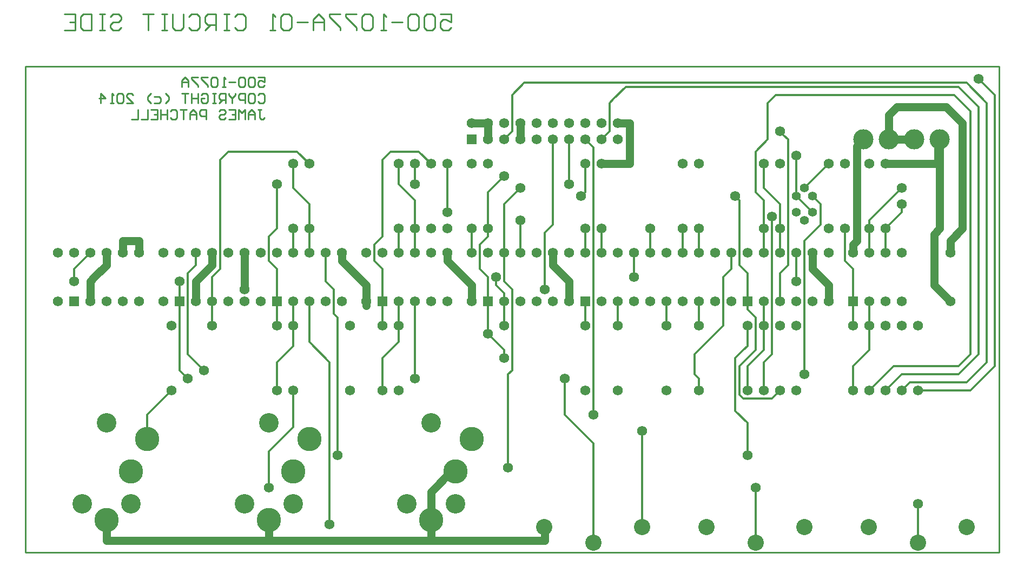
<source format=gbl>
*%FSLAX23Y23*%
*%MOIN*%
G01*
%ADD11C,0.006*%
%ADD12C,0.007*%
%ADD13C,0.008*%
%ADD14C,0.010*%
%ADD15C,0.012*%
%ADD16C,0.032*%
%ADD17C,0.036*%
%ADD18C,0.050*%
%ADD19C,0.050*%
%ADD20C,0.052*%
%ADD21C,0.055*%
%ADD22C,0.056*%
%ADD23C,0.059*%
%ADD24C,0.060*%
%ADD25C,0.062*%
%ADD26C,0.066*%
%ADD27C,0.070*%
%ADD28C,0.080*%
%ADD29C,0.090*%
%ADD30C,0.095*%
%ADD31C,0.100*%
%ADD32C,0.104*%
%ADD33C,0.115*%
%ADD34C,0.120*%
%ADD35C,0.124*%
%ADD36C,0.125*%
%ADD37C,0.129*%
%ADD38C,0.150*%
%ADD39C,0.154*%
%ADD40R,0.062X0.062*%
%ADD41R,0.066X0.066*%
D14*
X8353Y9201D02*
X8393D01*
Y9171D01*
X8373Y9181D01*
X8363D01*
X8353Y9171D01*
Y9151D01*
X8363Y9141D01*
X8383D01*
X8393Y9151D01*
X8333Y9191D02*
X8323Y9201D01*
X8303D01*
X8293Y9191D01*
Y9151D01*
X8303Y9141D01*
X8323D01*
X8333Y9151D01*
Y9191D01*
X8273D02*
X8263Y9201D01*
X8243D01*
X8233Y9191D01*
Y9151D01*
X8243Y9141D01*
X8263D01*
X8273Y9151D01*
Y9191D01*
X8213Y9171D02*
X8173D01*
X8153Y9141D02*
X8133D01*
X8143D01*
Y9201D01*
X8144D01*
X8143D02*
X8153Y9191D01*
X8103D02*
X8093Y9201D01*
X8073D01*
X8063Y9191D01*
Y9151D01*
X8073Y9141D01*
X8093D01*
X8103Y9151D01*
Y9191D01*
X8043Y9201D02*
X8003D01*
Y9191D01*
X8043Y9151D01*
Y9141D01*
X7983Y9201D02*
X7943D01*
Y9191D01*
X7983Y9151D01*
Y9141D01*
X7923D02*
Y9181D01*
X7903Y9201D01*
X7883Y9181D01*
Y9141D01*
Y9171D01*
X7923D01*
X8353Y9091D02*
X8363Y9101D01*
X8383D01*
X8393Y9091D01*
Y9051D01*
X8383Y9041D01*
X8363D01*
X8353Y9051D01*
X8323Y9101D02*
X8303D01*
X8323D02*
X8333Y9091D01*
Y9051D01*
X8323Y9041D01*
X8303D01*
X8293Y9051D01*
Y9091D01*
X8303Y9101D01*
X8273D02*
Y9041D01*
Y9101D02*
X8243D01*
X8233Y9091D01*
Y9071D01*
X8243Y9061D01*
X8273D01*
X8213Y9091D02*
Y9101D01*
Y9091D02*
X8193Y9071D01*
X8173Y9091D01*
Y9101D01*
X8193Y9071D02*
Y9041D01*
X8153D02*
Y9101D01*
X8123D01*
X8113Y9091D01*
Y9071D01*
X8123Y9061D01*
X8153D01*
X8133D02*
X8113Y9041D01*
X8093Y9101D02*
X8073D01*
X8083D01*
Y9041D01*
X8093D01*
X8073D01*
X8013Y9101D02*
X8003Y9091D01*
X8013Y9101D02*
X8033D01*
X8043Y9091D01*
Y9051D01*
X8033Y9041D01*
X8013D01*
X8003Y9051D01*
Y9071D01*
X8023D01*
X7983Y9101D02*
Y9041D01*
Y9071D01*
X7943D01*
Y9101D01*
Y9041D01*
X7923Y9101D02*
X7883D01*
X7903D01*
Y9041D01*
X7803Y9061D02*
X7783Y9041D01*
X7803Y9061D02*
Y9081D01*
X7783Y9101D01*
X7743Y9081D02*
X7713D01*
X7743D02*
X7753Y9071D01*
Y9051D01*
X7743Y9041D01*
X7713D01*
X7693D02*
X7673Y9061D01*
Y9081D01*
X7693Y9101D01*
X7583Y9041D02*
X7543D01*
X7583D02*
X7543Y9081D01*
Y9091D01*
X7553Y9101D01*
X7573D01*
X7583Y9091D01*
X7523D02*
X7513Y9101D01*
X7493D01*
X7483Y9091D01*
Y9051D01*
X7493Y9041D01*
X7513D01*
X7523Y9051D01*
Y9091D01*
X7463Y9041D02*
X7443D01*
X7453D01*
Y9101D01*
X7454D01*
X7453D02*
X7463Y9091D01*
X7383Y9101D02*
Y9041D01*
X7413Y9071D02*
X7383Y9101D01*
X7373Y9071D02*
X7413D01*
X8353Y9001D02*
X8373D01*
X8363D01*
Y8951D01*
X8373Y8941D01*
X8383D01*
X8393Y8951D01*
X8333Y8941D02*
Y8981D01*
X8313Y9001D01*
X8293Y8981D01*
Y8941D01*
Y8971D01*
X8333D01*
X8273Y8941D02*
Y9001D01*
X8253Y8981D01*
X8233Y9001D01*
Y8941D01*
X8213Y9001D02*
X8173D01*
X8213D02*
Y8941D01*
X8173D01*
X8193Y8971D02*
X8213D01*
X8123Y9001D02*
X8113Y8991D01*
X8123Y9001D02*
X8143D01*
X8153Y8991D01*
Y8981D01*
X8143Y8971D01*
X8123D01*
X8113Y8961D01*
Y8951D01*
X8123Y8941D01*
X8143D01*
X8153Y8951D01*
X8033Y8941D02*
Y9001D01*
X8003D01*
X7993Y8991D01*
Y8971D01*
X8003Y8961D01*
X8033D01*
X7973Y8941D02*
Y8981D01*
X7953Y9001D01*
X7933Y8981D01*
Y8941D01*
Y8971D01*
X7973D01*
X7913Y9001D02*
X7873D01*
X7893D01*
Y8941D01*
X7823Y9001D02*
X7813Y8991D01*
X7823Y9001D02*
X7843D01*
X7853Y8991D01*
Y8951D01*
X7843Y8941D01*
X7823D01*
X7813Y8951D01*
X7793Y8941D02*
Y9001D01*
Y8971D02*
Y8941D01*
Y8971D02*
X7753D01*
Y9001D01*
Y8941D01*
X7733Y9001D02*
X7693D01*
X7733D02*
Y8941D01*
X7693D01*
X7713Y8971D02*
X7733D01*
X7673Y9001D02*
Y8941D01*
X7633D01*
X7613D02*
Y9001D01*
Y8941D02*
X7573D01*
X9476Y9591D02*
X9543D01*
Y9541D01*
X9510Y9558D01*
X9493D01*
X9476Y9541D01*
Y9508D01*
X9493Y9491D01*
X9526D01*
X9543Y9508D01*
X9443Y9574D02*
X9426Y9591D01*
X9393D01*
X9376Y9574D01*
Y9508D01*
X9393Y9491D01*
X9426D01*
X9443Y9508D01*
Y9574D01*
X9343D02*
X9326Y9591D01*
X9293D01*
X9276Y9574D01*
Y9508D01*
X9293Y9491D01*
X9326D01*
X9343Y9508D01*
Y9574D01*
X9243Y9541D02*
X9176D01*
X9143Y9491D02*
X9110D01*
X9126D01*
Y9591D01*
X9127D01*
X9126D02*
X9143Y9574D01*
X9060D02*
X9043Y9591D01*
X9010D01*
X8993Y9574D01*
Y9508D01*
X9010Y9491D01*
X9043D01*
X9060Y9508D01*
Y9574D01*
X8960Y9591D02*
X8893D01*
Y9574D01*
X8960Y9508D01*
Y9491D01*
X8860Y9591D02*
X8793D01*
Y9574D01*
X8860Y9508D01*
Y9491D01*
X8760D02*
Y9558D01*
X8727Y9591D01*
X8693Y9558D01*
Y9491D01*
Y9541D01*
X8760D01*
X8660D02*
X8593D01*
X8560Y9574D02*
X8543Y9591D01*
X8510D01*
X8493Y9574D01*
Y9508D01*
X8510Y9491D01*
X8543D01*
X8560Y9508D01*
Y9574D01*
X8460Y9491D02*
X8427D01*
X8443D01*
Y9591D01*
X8444D01*
X8443D02*
X8460Y9574D01*
X8227Y9591D02*
X8210Y9574D01*
X8227Y9591D02*
X8260D01*
X8277Y9574D01*
Y9508D01*
X8260Y9491D01*
X8227D01*
X8210Y9508D01*
X8177Y9591D02*
X8143D01*
X8160D01*
Y9491D01*
X8177D01*
X8143D01*
X8093D02*
Y9591D01*
X8043D01*
X8027Y9574D01*
Y9541D01*
X8043Y9524D01*
X8093D01*
X8060D02*
X8027Y9491D01*
X7927Y9574D02*
X7944Y9591D01*
X7977D01*
X7994Y9574D01*
Y9508D01*
X7977Y9491D01*
X7944D01*
X7927Y9508D01*
X7894D02*
Y9591D01*
Y9508D02*
X7877Y9491D01*
X7844D01*
X7827Y9508D01*
Y9591D01*
X7794D02*
X7760D01*
X7777D01*
Y9491D01*
X7794D01*
X7760D01*
X7710Y9591D02*
X7644D01*
X7677D01*
Y9491D01*
X7460Y9591D02*
X7444Y9574D01*
X7460Y9591D02*
X7494D01*
X7510Y9574D01*
Y9558D01*
X7494Y9541D01*
X7460D01*
X7444Y9524D01*
Y9508D01*
X7460Y9491D01*
X7494D01*
X7510Y9508D01*
X7410Y9591D02*
X7377D01*
X7394D01*
Y9491D01*
X7410D01*
X7377D01*
X7327D02*
Y9591D01*
Y9491D02*
X7277D01*
X7260Y9508D01*
Y9574D01*
X7277Y9591D01*
X7327D01*
X7227D02*
X7160D01*
X7227D02*
Y9491D01*
X7160D01*
X7194Y9541D02*
X7227D01*
X6918Y9266D02*
Y6266D01*
Y9266D02*
X12918D01*
Y6266D01*
X6918D01*
D15*
X7668Y7116D02*
X7818Y7266D01*
X8418Y6891D02*
X8568Y7041D01*
X12118Y7266D02*
X12268Y7416D01*
X12668Y7366D02*
X12793Y7491D01*
X12843Y7441D02*
X12718Y7316D01*
X12743Y7266D02*
X12893Y7416D01*
X11718Y8516D02*
X11868Y8666D01*
X12118Y8316D02*
X12318Y8516D01*
X11218Y7666D02*
X11043Y7491D01*
X10418Y6941D02*
X10243Y7116D01*
X8793Y7441D02*
X8668Y7566D01*
X12668Y9141D02*
X12793Y9016D01*
X12843Y9041D02*
X12718Y9166D01*
X7218Y8016D02*
Y7941D01*
Y8016D02*
X7318Y8116D01*
X7668Y7116D02*
Y6966D01*
X11343Y7216D02*
X11518D01*
X7868Y7816D02*
Y7941D01*
Y7816D02*
Y7391D01*
X7918Y7341D01*
X12268Y7416D02*
X12668D01*
Y7366D02*
X12318D01*
X12368Y7316D02*
X12718D01*
X12743Y7266D02*
X12418D01*
X7968Y8041D02*
Y8116D01*
X7918Y7991D02*
Y7491D01*
X8068Y7666D02*
Y7816D01*
Y7966D01*
X7968Y8041D02*
X7918Y7991D01*
X8068Y7966D02*
X8118Y8016D01*
X7918Y7491D02*
X8018Y7391D01*
X8118Y8016D02*
Y8691D01*
X8168Y8741D01*
X8418Y6891D02*
Y6666D01*
Y8066D02*
Y8216D01*
X8468Y8266D01*
X8418Y8066D02*
X8468Y8016D01*
X8568Y7266D02*
Y7041D01*
X8468Y7816D02*
Y8016D01*
Y7816D02*
Y7666D01*
Y8266D02*
Y8541D01*
X8568Y7666D02*
Y7541D01*
Y7666D02*
Y7816D01*
X8468Y7441D02*
Y7266D01*
X8568Y8516D02*
Y8666D01*
Y8266D02*
Y8116D01*
Y7541D02*
X8468Y7441D01*
X8668Y8666D02*
X8593Y8741D01*
X8568Y8516D02*
X8668Y8416D01*
Y7816D02*
Y7566D01*
X8793Y7441D02*
Y6441D01*
X8768Y7941D02*
Y8116D01*
X8818Y7891D02*
Y7741D01*
X8843Y7716D02*
Y6866D01*
X8668Y8266D02*
Y8416D01*
Y8266D02*
Y8116D01*
X8768Y7941D02*
X8818Y7891D01*
Y7741D02*
X8843Y7716D01*
X9118Y7816D02*
Y8016D01*
Y7816D02*
Y7666D01*
X9068Y8066D02*
Y8166D01*
X9118Y8216D02*
Y8691D01*
X9218Y7666D02*
Y7566D01*
Y7666D02*
Y7816D01*
X9118Y7466D02*
Y7266D01*
X9218Y8116D02*
Y8266D01*
Y8541D02*
Y8666D01*
X9118Y8216D02*
X9068Y8166D01*
X9118Y8691D02*
X9168Y8741D01*
X9218Y7566D02*
X9118Y7466D01*
Y8016D02*
X9068Y8066D01*
X9318Y8441D02*
X9218Y8541D01*
X9168Y8741D02*
X9343D01*
X8593D02*
X8168D01*
X9318Y7816D02*
Y7341D01*
Y8541D02*
Y8666D01*
Y8441D02*
Y8266D01*
Y8116D01*
X9418Y8666D02*
X9343Y8741D01*
X9518Y8666D02*
Y8366D01*
X11543Y9091D02*
X12643D01*
X12668Y9141D02*
X10618D01*
X9993Y9166D02*
X12718D01*
X9768Y7816D02*
Y7616D01*
X9818Y7916D02*
Y7966D01*
X9768D02*
Y7816D01*
Y8266D02*
Y8491D01*
Y8266D02*
Y8216D01*
X9718Y8166D02*
Y8016D01*
X9668Y8116D02*
Y8266D01*
X9768Y8491D02*
X9868Y8591D01*
X9768Y8216D02*
X9718Y8166D01*
X9818Y7916D02*
X9868Y7866D01*
X9768Y7616D02*
X9868Y7516D01*
X9768Y7966D02*
X9718Y8016D01*
X9868Y7866D02*
Y7816D01*
Y7666D01*
Y7941D02*
Y8116D01*
Y8416D01*
X9918Y7891D02*
Y7391D01*
X9893Y7366D02*
Y6791D01*
X9918Y8866D02*
Y9091D01*
X9868Y7516D02*
Y7466D01*
X9968Y8116D02*
Y8316D01*
X9918Y7391D02*
X9893Y7366D01*
Y8841D02*
X9918Y8866D01*
X9893Y8841D02*
X9868Y8816D01*
X9918Y9091D02*
X9993Y9166D01*
X9968Y8516D02*
X9868Y8416D01*
Y7941D02*
X9918Y7891D01*
X10168Y8291D02*
Y8816D01*
X10118Y8241D02*
Y7891D01*
Y8241D02*
X10168Y8291D01*
X10418Y6941D02*
Y6326D01*
X10243Y7116D02*
Y7341D01*
X10368Y8491D02*
Y8666D01*
Y8266D02*
Y8116D01*
X10418Y8766D02*
Y7116D01*
X10268Y8541D02*
Y8816D01*
X10368Y7816D02*
Y7666D01*
X10343Y8466D02*
X10368Y8491D01*
X10418Y8766D02*
X10368Y8816D01*
X10468Y8266D02*
Y8116D01*
X10518Y8866D02*
Y9041D01*
X10568Y7816D02*
Y7666D01*
X10468Y8816D02*
X10518Y8866D01*
Y9041D02*
X10543Y9066D01*
X10618Y9141D01*
X10668Y8116D02*
Y7991D01*
Y7966D01*
X10768Y8116D02*
Y8266D01*
X10721Y7016D02*
Y6424D01*
X10868Y7666D02*
Y7816D01*
X10968Y8116D02*
Y8266D01*
X11068Y7816D02*
Y7666D01*
Y8116D02*
Y8266D01*
Y7341D02*
Y7266D01*
X11043Y7366D02*
Y7491D01*
Y7366D02*
X11068Y7341D01*
X11368Y7541D02*
Y7666D01*
X11293Y7466D02*
Y7141D01*
X11368Y7066D02*
Y6866D01*
Y7816D02*
Y7991D01*
Y7816D02*
Y7766D01*
X11318Y8041D02*
Y8441D01*
Y7416D02*
Y7241D01*
X11368Y7266D02*
Y7416D01*
X11268Y8016D02*
Y8116D01*
X11218Y7966D02*
Y7666D01*
X11343Y7516D02*
X11368Y7541D01*
X11343Y7516D02*
X11293Y7466D01*
X11318Y7416D02*
X11418Y7516D01*
X11468D02*
X11368Y7416D01*
X11218Y7966D02*
X11268Y8016D01*
X11293Y7141D02*
X11368Y7066D01*
Y7991D02*
X11343Y8016D01*
X11318Y8041D01*
Y8441D02*
X11293Y8466D01*
X11318Y7241D02*
X11343Y7216D01*
X11418Y7716D02*
X11368Y7766D01*
X11468Y7441D02*
Y7266D01*
X11518Y7491D02*
Y8341D01*
X11418Y6666D02*
Y6326D01*
X11568Y7816D02*
Y7991D01*
X11418Y8491D02*
Y8741D01*
X11468Y8441D02*
Y8266D01*
Y8116D01*
X11493Y8816D02*
Y9041D01*
X11468Y8666D02*
Y8516D01*
X11568Y8416D02*
Y8266D01*
Y8116D01*
X11418Y7716D02*
Y7516D01*
X11468D02*
Y7666D01*
Y7816D01*
X11518Y7491D02*
X11468Y7441D01*
X11568Y7991D02*
X11618Y8041D01*
X11418Y8741D02*
X11493Y8816D01*
Y9041D02*
X11543Y9091D01*
X11568Y7266D02*
X11518Y7216D01*
X11618Y8816D02*
X11593Y8841D01*
X11568Y8866D01*
X11418Y8491D02*
X11468Y8441D01*
Y8516D02*
X11568Y8416D01*
X11618Y8041D02*
Y8816D01*
X11668Y8116D02*
Y7941D01*
X11718Y8191D02*
Y7366D01*
X11668Y8466D02*
Y8716D01*
X11818Y8291D02*
X11718Y8191D01*
X11818Y8416D02*
X11768Y8466D01*
X11668D02*
X11768Y8366D01*
X11818Y8416D02*
Y8291D01*
X11968Y8266D02*
Y8066D01*
X12018Y8016D01*
X12118Y7666D02*
Y7516D01*
Y7666D02*
Y7816D01*
X12018Y7416D02*
Y7266D01*
Y7816D02*
Y8016D01*
Y7816D02*
Y7666D01*
X12118Y8266D02*
Y8316D01*
Y8266D02*
Y8116D01*
Y7516D02*
X12018Y7416D01*
X12218Y8116D02*
Y8266D01*
X12318Y8366D02*
Y8416D01*
Y7366D02*
X12218Y7266D01*
X12318D02*
X12368Y7316D01*
X12218Y8266D02*
X12318Y8366D01*
X12418Y6566D02*
Y6326D01*
X12743Y7491D02*
Y8991D01*
Y7491D02*
X12668Y7416D01*
X12743Y8991D02*
X12643Y9091D01*
X12793Y9016D02*
Y7491D01*
X12843Y7441D02*
Y9041D01*
X12893Y9091D02*
Y7416D01*
Y9091D02*
X12793Y9191D01*
D19*
X9543Y6766D02*
X9418Y6641D01*
X7343Y7966D02*
X7318Y7941D01*
X7343Y7966D02*
X7418Y8041D01*
X7968Y7941D02*
X8068Y8041D01*
X12043Y8775D02*
X12084Y8816D01*
X12043Y8191D02*
X12018Y8166D01*
X12618Y8191D02*
X12693Y8266D01*
X12240Y8966D02*
X12290Y9016D01*
X12552Y8266D02*
X12518Y8232D01*
X11868Y7916D02*
X11768Y8016D01*
X9018Y7916D02*
X8868Y8066D01*
X9518D02*
X9668Y7916D01*
X10168Y8041D02*
X10268Y7941D01*
X12518Y7916D02*
X12618Y7816D01*
X12693Y8916D02*
X12593Y9016D01*
X10115Y6424D02*
X10118Y6416D01*
Y6341D02*
X9418D01*
X8418D01*
X7418D01*
X9543Y6766D02*
X9568D01*
X7418Y6466D02*
Y6341D01*
Y8041D02*
Y8116D01*
X7318Y7941D02*
Y7816D01*
X7518Y8116D02*
Y8191D01*
X7618D02*
Y8116D01*
X8068D02*
Y8041D01*
X7968Y7941D02*
Y7816D01*
X8418Y6466D02*
Y6341D01*
Y6441D02*
Y6466D01*
Y6441D02*
Y6341D01*
X8268Y7891D02*
Y8116D01*
X7618Y8191D02*
X7518D01*
X8868Y8116D02*
Y8066D01*
X9018Y7816D02*
Y7791D01*
Y7916D01*
X10468Y8666D02*
X10643D01*
X12218D02*
X12543D01*
X9418Y6466D02*
Y6341D01*
Y6466D02*
Y6641D01*
Y6466D02*
Y6441D01*
Y6341D01*
X9668Y8916D02*
X9768D01*
X10568D02*
X10643D01*
X12543Y8816D02*
X12552D01*
X12393D02*
X12240D01*
X12393D02*
X12396D01*
X9518Y8116D02*
Y8066D01*
X12290Y9016D02*
X12593D01*
X9768Y8916D02*
Y8816D01*
X9668Y7916D02*
Y7816D01*
X9968Y8816D02*
Y8916D01*
X10118Y6416D02*
Y6341D01*
X10168Y8041D02*
Y8116D01*
X10268Y7941D02*
Y7816D01*
X10643Y8666D02*
Y8916D01*
X11768Y8116D02*
Y8016D01*
X11868Y7916D02*
Y7816D01*
X12018Y8116D02*
Y8166D01*
X12043Y8191D02*
Y8775D01*
X12240Y8816D02*
Y8966D01*
X12543Y8816D02*
Y8666D01*
X12552Y8816D02*
Y8266D01*
X12518Y8232D02*
Y7916D01*
X12618Y8116D02*
Y8191D01*
X12693Y8266D02*
Y8916D01*
D21*
X11768Y8366D02*
D03*
X11718Y8316D02*
D03*
X11668Y8366D02*
D03*
Y8466D02*
D03*
X11718Y8516D02*
D03*
X11768Y8466D02*
D03*
D25*
X12793Y9191D02*
D03*
X12418Y6566D02*
D03*
X11668Y7941D02*
D03*
X11718Y7366D02*
D03*
X11668Y8716D02*
D03*
X11418Y6666D02*
D03*
X11518Y8341D02*
D03*
X11568Y8866D02*
D03*
X11368Y6866D02*
D03*
X11293Y8466D02*
D03*
X10668Y7966D02*
D03*
X10768Y8266D02*
D03*
X10721Y7016D02*
D03*
X10243Y7341D02*
D03*
X10418Y7116D02*
D03*
X10343Y8466D02*
D03*
X10268Y8541D02*
D03*
X10118Y7891D02*
D03*
X9893Y6791D02*
D03*
X9868Y8591D02*
D03*
X9818Y7966D02*
D03*
X9768Y7616D02*
D03*
X9518Y8366D02*
D03*
X9318Y7341D02*
D03*
Y8541D02*
D03*
X8793Y6441D02*
D03*
X8843Y6866D02*
D03*
X8468Y8541D02*
D03*
X8418Y6666D02*
D03*
X8268Y7891D02*
D03*
X8018Y7391D02*
D03*
X8068Y7666D02*
D03*
X7918Y7341D02*
D03*
X7868Y7941D02*
D03*
X7218D02*
D03*
X7118Y8116D02*
D03*
Y7816D02*
D03*
X7318D02*
D03*
X7218Y8116D02*
D03*
X7318D02*
D03*
X7418D02*
D03*
X7518D02*
D03*
Y7816D02*
D03*
X7418D02*
D03*
X8368D02*
D03*
Y8116D02*
D03*
X8868D02*
D03*
Y7816D02*
D03*
X9018D02*
D03*
Y8116D02*
D03*
X7618D02*
D03*
Y7816D02*
D03*
X7768Y8116D02*
D03*
Y7816D02*
D03*
X8268Y8116D02*
D03*
Y7816D02*
D03*
X8568Y7266D02*
D03*
Y7666D02*
D03*
X8468D02*
D03*
Y7266D02*
D03*
X8068Y7816D02*
D03*
X8168D02*
D03*
Y8116D02*
D03*
X8068D02*
D03*
X7968D02*
D03*
X7868D02*
D03*
X7968Y7816D02*
D03*
X8668D02*
D03*
X8768D02*
D03*
Y8116D02*
D03*
X8668D02*
D03*
X8568D02*
D03*
X8468D02*
D03*
X8568Y7816D02*
D03*
X8918Y7266D02*
D03*
Y7666D02*
D03*
X7818Y7266D02*
D03*
Y7666D02*
D03*
X8668Y8266D02*
D03*
Y8666D02*
D03*
X8568Y8266D02*
D03*
Y8666D02*
D03*
X9668Y8266D02*
D03*
Y8666D02*
D03*
X10268Y8116D02*
D03*
Y7816D02*
D03*
X9668Y8116D02*
D03*
Y7816D02*
D03*
X10168D02*
D03*
Y8116D02*
D03*
X9518D02*
D03*
Y7816D02*
D03*
X9218Y7666D02*
D03*
Y7266D02*
D03*
X9118Y7666D02*
D03*
Y7266D02*
D03*
X9968Y8316D02*
D03*
Y8516D02*
D03*
X9868Y7666D02*
D03*
Y7466D02*
D03*
X10568Y7266D02*
D03*
Y7666D02*
D03*
X10368Y7266D02*
D03*
Y7666D02*
D03*
X9318Y7816D02*
D03*
X9418D02*
D03*
Y8116D02*
D03*
X9318D02*
D03*
X9218D02*
D03*
X9118D02*
D03*
X9218Y7816D02*
D03*
X9968D02*
D03*
X10068D02*
D03*
Y8116D02*
D03*
X9968D02*
D03*
X9868D02*
D03*
X9768D02*
D03*
X9868Y7816D02*
D03*
X10468D02*
D03*
X10568D02*
D03*
X10668D02*
D03*
X10768D02*
D03*
X10868D02*
D03*
X10968D02*
D03*
X11068D02*
D03*
Y8116D02*
D03*
X10968D02*
D03*
X10868D02*
D03*
X10768D02*
D03*
X10668D02*
D03*
X10568D02*
D03*
X10468D02*
D03*
X10368D02*
D03*
X9768Y8266D02*
D03*
Y8666D02*
D03*
X9518Y8266D02*
D03*
Y8666D02*
D03*
X9418Y8266D02*
D03*
Y8666D02*
D03*
X9318Y8266D02*
D03*
Y8666D02*
D03*
X9218Y8266D02*
D03*
Y8666D02*
D03*
X10468Y8266D02*
D03*
Y8666D02*
D03*
X10368Y8266D02*
D03*
Y8666D02*
D03*
X9668Y8916D02*
D03*
X9768Y8816D02*
D03*
Y8916D02*
D03*
X9868Y8816D02*
D03*
Y8916D02*
D03*
X9968Y8816D02*
D03*
Y8916D02*
D03*
X10068Y8816D02*
D03*
Y8916D02*
D03*
X10168Y8816D02*
D03*
Y8916D02*
D03*
X10268Y8816D02*
D03*
Y8916D02*
D03*
X10368Y8816D02*
D03*
Y8916D02*
D03*
X10468Y8816D02*
D03*
Y8916D02*
D03*
X10568Y8816D02*
D03*
Y8916D02*
D03*
X11968Y8666D02*
D03*
Y8266D02*
D03*
X12018Y7666D02*
D03*
Y7266D02*
D03*
X11168Y7816D02*
D03*
Y8116D02*
D03*
X11268D02*
D03*
Y7816D02*
D03*
X11768D02*
D03*
Y8116D02*
D03*
X11068Y7266D02*
D03*
Y7666D02*
D03*
X10868Y7266D02*
D03*
Y7666D02*
D03*
X11668D02*
D03*
Y7266D02*
D03*
X11368D02*
D03*
Y7666D02*
D03*
X12118Y8666D02*
D03*
Y8266D02*
D03*
X11568Y7816D02*
D03*
X11668D02*
D03*
Y8116D02*
D03*
X11568D02*
D03*
X11468D02*
D03*
X11368D02*
D03*
X11468Y7816D02*
D03*
X11868D02*
D03*
Y8116D02*
D03*
X12118Y7816D02*
D03*
X12018Y8116D02*
D03*
X12118D02*
D03*
X12218D02*
D03*
X12318D02*
D03*
Y7816D02*
D03*
X12218D02*
D03*
X12118Y7266D02*
D03*
Y7666D02*
D03*
X11468D02*
D03*
Y7266D02*
D03*
X11568D02*
D03*
Y7666D02*
D03*
X11868Y8266D02*
D03*
Y8666D02*
D03*
X11568Y8266D02*
D03*
Y8666D02*
D03*
X11468Y8266D02*
D03*
Y8666D02*
D03*
X10968Y8266D02*
D03*
Y8666D02*
D03*
X11068Y8266D02*
D03*
Y8666D02*
D03*
X12218Y7666D02*
D03*
Y7266D02*
D03*
X12318Y7666D02*
D03*
Y7266D02*
D03*
X12418Y7666D02*
D03*
Y7266D02*
D03*
X12218Y8666D02*
D03*
Y8266D02*
D03*
X12618Y8116D02*
D03*
Y7816D02*
D03*
X12318Y8516D02*
D03*
Y8416D02*
D03*
D31*
X10721Y6424D02*
D03*
X10115D02*
D03*
X10418Y6326D02*
D03*
X11721Y6424D02*
D03*
X11115D02*
D03*
X11418Y6326D02*
D03*
X12721Y6424D02*
D03*
X12115D02*
D03*
X12418Y6326D02*
D03*
D34*
X7418Y7066D02*
D03*
X7268Y6566D02*
D03*
X7568D02*
D03*
X8418Y7066D02*
D03*
X8268Y6566D02*
D03*
X8568D02*
D03*
X9418Y7066D02*
D03*
X9268Y6566D02*
D03*
X9568D02*
D03*
D36*
X12396Y8816D02*
D03*
X12084D02*
D03*
X12552D02*
D03*
X12240D02*
D03*
D38*
X7418Y6466D02*
D03*
X7668Y6966D02*
D03*
X7568Y6766D02*
D03*
X8418Y6466D02*
D03*
X8668Y6966D02*
D03*
X8568Y6766D02*
D03*
X9418Y6466D02*
D03*
X9668Y6966D02*
D03*
X9568Y6766D02*
D03*
D40*
X7218Y7816D02*
D03*
X7868D02*
D03*
X8468D02*
D03*
X9118D02*
D03*
X9768D02*
D03*
X10368D02*
D03*
X9668Y8816D02*
D03*
X11368Y7816D02*
D03*
X12018D02*
D03*
M02*

</source>
